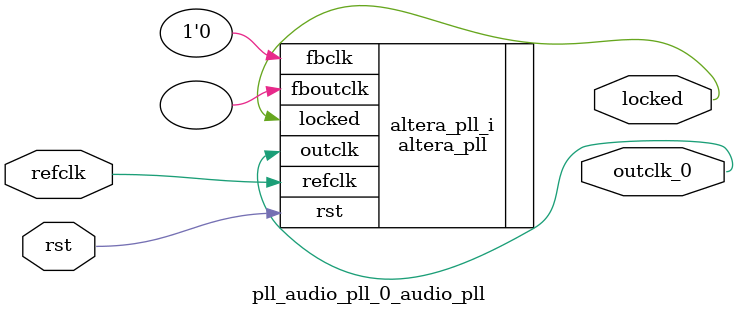
<source format=v>
`timescale 1ns/10ps
module  pll_audio_pll_0_audio_pll(

	// interface 'refclk'
	input wire refclk,

	// interface 'reset'
	input wire rst,

	// interface 'outclk0'
	output wire outclk_0,

	// interface 'locked'
	output wire locked
);

	altera_pll #(
		.fractional_vco_multiplier("false"),
		.reference_clock_frequency("50.0 MHz"),
		.operation_mode("direct"),
		.number_of_clocks(1),
		.output_clock_frequency0("18.432203 MHz"),
		.phase_shift0("0 ps"),
		.duty_cycle0(50),
		.output_clock_frequency1("0 MHz"),
		.phase_shift1("0 ps"),
		.duty_cycle1(50),
		.output_clock_frequency2("0 MHz"),
		.phase_shift2("0 ps"),
		.duty_cycle2(50),
		.output_clock_frequency3("0 MHz"),
		.phase_shift3("0 ps"),
		.duty_cycle3(50),
		.output_clock_frequency4("0 MHz"),
		.phase_shift4("0 ps"),
		.duty_cycle4(50),
		.output_clock_frequency5("0 MHz"),
		.phase_shift5("0 ps"),
		.duty_cycle5(50),
		.output_clock_frequency6("0 MHz"),
		.phase_shift6("0 ps"),
		.duty_cycle6(50),
		.output_clock_frequency7("0 MHz"),
		.phase_shift7("0 ps"),
		.duty_cycle7(50),
		.output_clock_frequency8("0 MHz"),
		.phase_shift8("0 ps"),
		.duty_cycle8(50),
		.output_clock_frequency9("0 MHz"),
		.phase_shift9("0 ps"),
		.duty_cycle9(50),
		.output_clock_frequency10("0 MHz"),
		.phase_shift10("0 ps"),
		.duty_cycle10(50),
		.output_clock_frequency11("0 MHz"),
		.phase_shift11("0 ps"),
		.duty_cycle11(50),
		.output_clock_frequency12("0 MHz"),
		.phase_shift12("0 ps"),
		.duty_cycle12(50),
		.output_clock_frequency13("0 MHz"),
		.phase_shift13("0 ps"),
		.duty_cycle13(50),
		.output_clock_frequency14("0 MHz"),
		.phase_shift14("0 ps"),
		.duty_cycle14(50),
		.output_clock_frequency15("0 MHz"),
		.phase_shift15("0 ps"),
		.duty_cycle15(50),
		.output_clock_frequency16("0 MHz"),
		.phase_shift16("0 ps"),
		.duty_cycle16(50),
		.output_clock_frequency17("0 MHz"),
		.phase_shift17("0 ps"),
		.duty_cycle17(50),
		.pll_type("General"),
		.pll_subtype("General")
	) altera_pll_i (
		.rst	(rst),
		.outclk	({outclk_0}),
		.locked	(locked),
		.fboutclk	( ),
		.fbclk	(1'b0),
		.refclk	(refclk)
	);
endmodule


</source>
